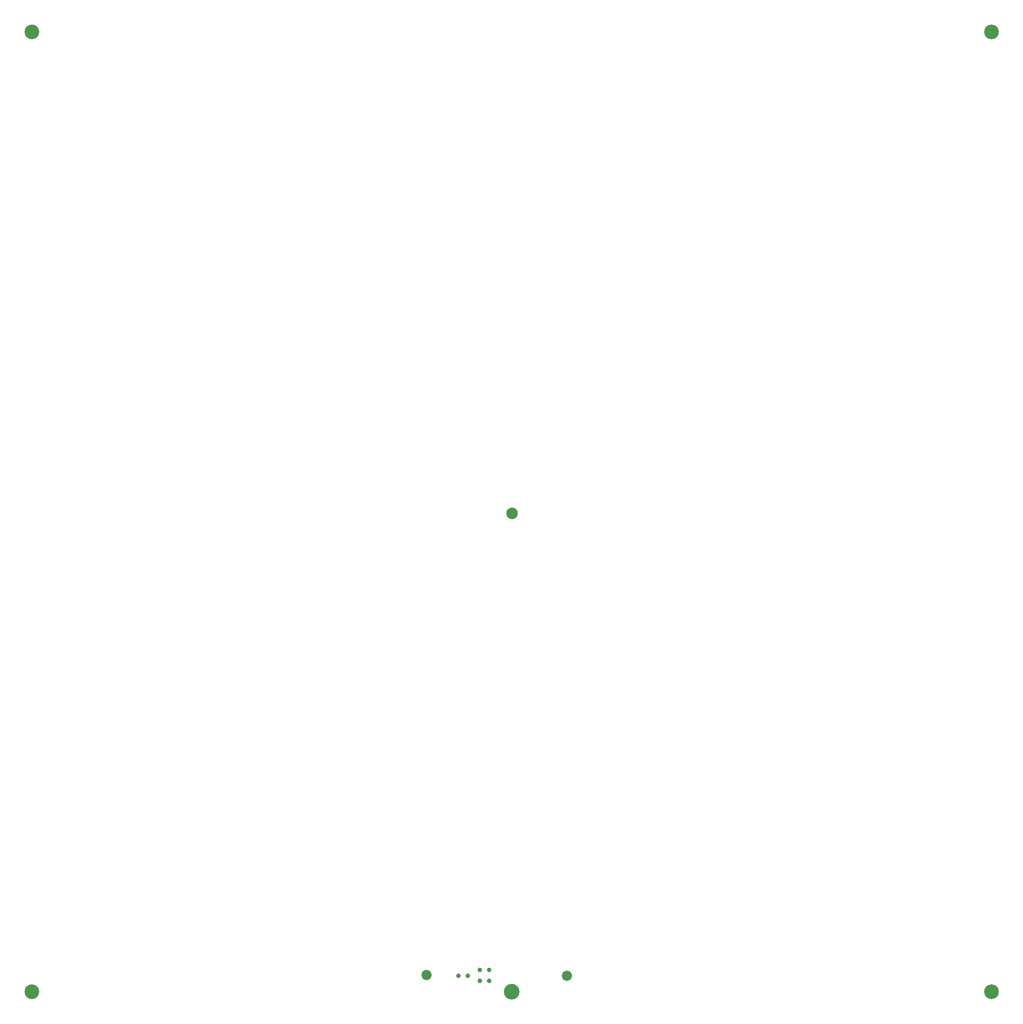
<source format=gts>
G75*
G70*
%OFA0B0*%
%FSLAX24Y24*%
%IPPOS*%
%LPD*%
%AMOC8*
5,1,8,0,0,1.08239X$1,22.5*
%
%ADD10C,0.0986*%
%ADD11C,0.0395*%
%ADD12C,0.1340*%
%ADD13C,0.0867*%
%ADD14C,0.1261*%
D10*
X042895Y042802D03*
X042895Y042802D03*
D11*
X040915Y003668D03*
X040128Y003668D03*
X040128Y002755D03*
X040915Y002755D03*
X039076Y003180D03*
X038289Y003180D03*
D12*
X042852Y001802D03*
D13*
X047565Y003164D03*
X035561Y003251D03*
D14*
X001700Y001800D03*
X001700Y084083D03*
X083983Y084083D03*
X083983Y001800D03*
M02*

</source>
